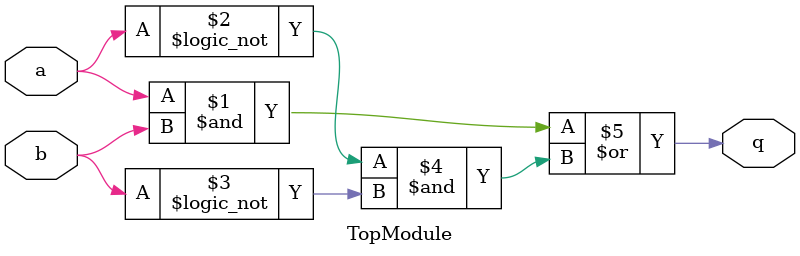
<source format=sv>

module TopModule (
  input a,
  input b,
  output q
);

  assign q = (a & b) | (!a & !b);

endmodule

// VERILOG-EVAL: errant inclusion of module definition

</source>
